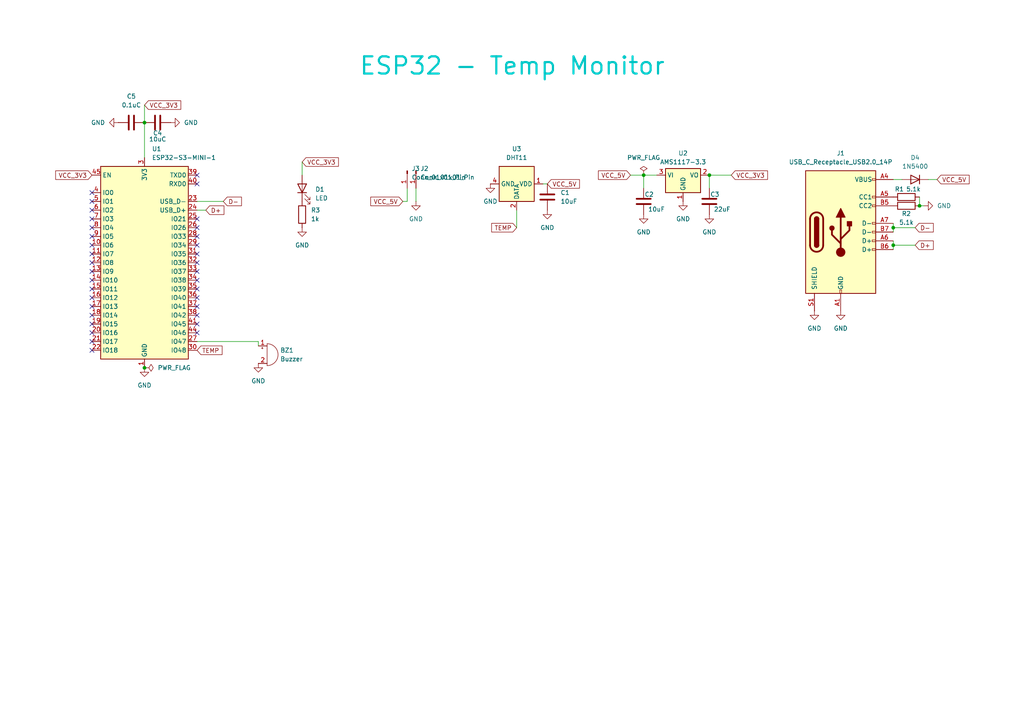
<source format=kicad_sch>
(kicad_sch (version 20250114) (generator "eeschema") (generator_version "9.0")
  (paper "A4")
  (lib_symbols
    (symbol "Connector:Conn_01x01_Pin" (pin_names (offset 1.016) (hide yes))
      (property "Reference" "J" (at 0 2.54 0))
      (property "Value" "Conn_01x01_Pin" (at 0 -2.54 0))
      (symbol "Conn_01x01_Pin_1_1"
        (rectangle (start 0.8636 0.127) (end 0 -0.127) (stroke (width 0.1524)) (fill (type outline)))
        (polyline (pts (xy 1.27 0) (xy 0.8636 0)) (stroke (width 0.1524)))
        (pin passive line (at 5.08 0 180) (length 3.81) (name "Pin_1") (number "1"))
      )
    )
    (symbol "Connector:USB_C_Receptacle_USB2.0_14P" (pin_names (offset 1.016))
      (property "Reference" "J" (at 0 22.225 0))
      (property "Value" "USB_C_Receptacle_USB2.0_14P" (at 0 19.685 0))
      (symbol "USB_C_Receptacle_USB2.0_14P_0_0"
        (rectangle (start -0.254 -17.78) (end 0.254 -16.764))
        (rectangle (start 10.16 15.494) (end 9.144 14.986))
        (rectangle (start 10.16 10.414) (end 9.144 9.906))
        (rectangle (start 10.16 7.874) (end 9.144 7.366))
        (rectangle (start 10.16 2.794) (end 9.144 2.286))
        (rectangle (start 10.16 0.254) (end 9.144 -0.254))
        (rectangle (start 10.16 -2.286) (end 9.144 -2.794))
        (rectangle (start 10.16 -4.826) (end 9.144 -5.334))
      )
      (symbol "USB_C_Receptacle_USB2.0_14P_0_1"
        (rectangle (start -10.16 17.78) (end 10.16 -17.78) (stroke (width 0.254)) (fill (type background)))
        (polyline (pts (xy -8.89 -3.81) (xy -8.89 3.81)) (stroke (width 0.508)))
        (rectangle (start -7.62 -3.81) (end -6.35 3.81) (stroke (width 0.254)) (fill (type outline)))
        (arc (start -7.62 3.81) (mid -6.985 4.4423) (end -6.35 3.81) (stroke (width 0.254)))
        (arc (start -7.62 3.81) (mid -6.985 4.4423) (end -6.35 3.81) (stroke (width 0.254)) (fill (type outline)))
        (arc (start -8.89 3.81) (mid -6.985 5.7067) (end -5.08 3.81) (stroke (width 0.508)))
        (arc (start -5.08 -3.81) (mid -6.985 -5.7067) (end -8.89 -3.81) (stroke (width 0.508)))
        (arc (start -6.35 -3.81) (mid -6.985 -4.4423) (end -7.62 -3.81) (stroke (width 0.254)))
        (arc (start -6.35 -3.81) (mid -6.985 -4.4423) (end -7.62 -3.81) (stroke (width 0.254)) (fill (type outline)))
        (polyline (pts (xy -5.08 3.81) (xy -5.08 -3.81)) (stroke (width 0.508)))
        (circle (center -2.54 1.143) (radius 0.635) (stroke (width 0.254)) (fill (type outline)))
        (polyline (pts (xy -1.27 4.318) (xy 0 6.858) (xy 1.27 4.318) (xy -1.27 4.318)) (stroke (width 0.254)) (fill (type outline)))
        (polyline (pts (xy 0 -2.032) (xy 2.54 0.508) (xy 2.54 1.778)) (stroke (width 0.508)))
        (polyline (pts (xy 0 -3.302) (xy -2.54 -0.762) (xy -2.54 0.508)) (stroke (width 0.508)))
        (polyline (pts (xy 0 -5.842) (xy 0 4.318)) (stroke (width 0.508)))
        (circle (center 0 -5.842) (radius 1.27) (fill (type outline)))
        (rectangle (start 1.905 1.778) (end 3.175 3.048) (stroke (width 0.254)) (fill (type outline)))
      )
      (symbol "USB_C_Receptacle_USB2.0_14P_1_1"
        (pin passive line (at -7.62 -22.86 90) (length 5.08) (name "SHIELD") (number "S1"))
        (pin passive line (at 0 -22.86 90) (length 5.08) (name "GND") (number "A1"))
        (pin passive line (at 0 -22.86 90) (length 5.08) (hide yes) (name "GND") (number "A12"))
        (pin passive line (at 0 -22.86 90) (length 5.08) (hide yes) (name "GND") (number "B1"))
        (pin passive line (at 0 -22.86 90) (length 5.08) (hide yes) (name "GND") (number "B12"))
        (pin passive line (at 15.24 15.24 180) (length 5.08) (name "VBUS") (number "A4"))
        (pin passive line (at 15.24 15.24 180) (length 5.08) (hide yes) (name "VBUS") (number "A9"))
        (pin passive line (at 15.24 15.24 180) (length 5.08) (hide yes) (name "VBUS") (number "B4"))
        (pin passive line (at 15.24 15.24 180) (length 5.08) (hide yes) (name "VBUS") (number "B9"))
        (pin bidirectional line (at 15.24 10.16 180) (length 5.08) (name "CC1") (number "A5"))
        (pin bidirectional line (at 15.24 7.62 180) (length 5.08) (name "CC2") (number "B5"))
        (pin bidirectional line (at 15.24 2.54 180) (length 5.08) (name "D-") (number "A7"))
        (pin bidirectional line (at 15.24 0 180) (length 5.08) (name "D-") (number "B7"))
        (pin bidirectional line (at 15.24 -2.54 180) (length 5.08) (name "D+") (number "A6"))
        (pin bidirectional line (at 15.24 -5.08 180) (length 5.08) (name "D+") (number "B6"))
      )
    )
    (symbol "Device:Buzzer" (pin_names (offset 0.0254) (hide yes))
      (property "Reference" "BZ" (at 3.81 1.27 0))
      (property "Value" "Buzzer" (at 3.81 -1.27 0))
      (symbol "Buzzer_0_1"
        (polyline (pts (xy -1.651 1.905) (xy -1.143 1.905)))
        (polyline (pts (xy -1.397 2.159) (xy -1.397 1.651)))
        (arc (start 0 3.175) (mid 3.1612 0) (end 0 -3.175))
        (polyline (pts (xy 0 3.175) (xy 0 -3.175)))
      )
      (symbol "Buzzer_1_1"
        (pin passive line (at -2.54 2.54 0) (length 2.54) (name "+") (number "1"))
        (pin passive line (at -2.54 -2.54 0) (length 2.54) (name "-") (number "2"))
      )
    )
    (symbol "Device:C" (pin_numbers (hide yes)) (pin_names (offset 0.254))
      (property "Reference" "C" (at 0.635 2.54 0))
      (property "Value" "C" (at 0.635 -2.54 0))
      (symbol "C_0_1"
        (polyline (pts (xy -2.032 0.762) (xy 2.032 0.762)) (stroke (width 0.508)))
        (polyline (pts (xy -2.032 -0.762) (xy 2.032 -0.762)) (stroke (width 0.508)))
      )
      (symbol "C_1_1"
        (pin passive line (at 0 3.81 270) (length 2.794) (name "~") (number "1"))
        (pin passive line (at 0 -3.81 90) (length 2.794) (name "~") (number "2"))
      )
    )
    (symbol "Device:LED" (pin_numbers (hide yes)) (pin_names (offset 1.016) (hide yes))
      (property "Reference" "D" (at 0 2.54 0))
      (property "Value" "LED" (at 0 -2.54 0))
      (symbol "LED_0_1"
        (polyline (pts (xy -3.048 -0.762) (xy -4.572 -2.286) (xy -3.81 -2.286) (xy -4.572 -2.286) (xy -4.572 -1.524)))
        (polyline (pts (xy -1.778 -0.762) (xy -3.302 -2.286) (xy -2.54 -2.286) (xy -3.302 -2.286) (xy -3.302 -1.524)))
        (polyline (pts (xy -1.27 0) (xy 1.27 0)))
        (polyline (pts (xy -1.27 -1.27) (xy -1.27 1.27)) (stroke (width 0.254)))
        (polyline (pts (xy 1.27 -1.27) (xy 1.27 1.27) (xy -1.27 0) (xy 1.27 -1.27)) (stroke (width 0.254)))
      )
      (symbol "LED_1_1"
        (pin passive line (at -3.81 0 0) (length 2.54) (name "K") (number "1"))
        (pin passive line (at 3.81 0 180) (length 2.54) (name "A") (number "2"))
      )
    )
    (symbol "Device:R" (pin_numbers (hide yes)) (pin_names (offset 0))
      (property "Reference" "R" (at 2.032 0 90))
      (property "Value" "R" (at 0 0 90))
      (symbol "R_0_1"
        (rectangle (start -1.016 -2.54) (end 1.016 2.54) (stroke (width 0.254)))
      )
      (symbol "R_1_1"
        (pin passive line (at 0 3.81 270) (length 1.27) (name "~") (number "1"))
        (pin passive line (at 0 -3.81 90) (length 1.27) (name "~") (number "2"))
      )
    )
    (symbol "Diode:1N5400" (pin_numbers (hide yes)) (pin_names (hide yes))
      (property "Reference" "D" (at 0 2.54 0))
      (property "Value" "1N5400" (at 0 -2.54 0))
      (symbol "1N5400_0_1"
        (polyline (pts (xy -1.27 1.27) (xy -1.27 -1.27)) (stroke (width 0.254)))
        (polyline (pts (xy 1.27 1.27) (xy 1.27 -1.27) (xy -1.27 0) (xy 1.27 1.27)) (stroke (width 0.254)))
        (polyline (pts (xy 1.27 0) (xy -1.27 0)))
      )
      (symbol "1N5400_1_1"
        (pin passive line (at -3.81 0 0) (length 2.54) (name "K") (number "1"))
        (pin passive line (at 3.81 0 180) (length 2.54) (name "A") (number "2"))
      )
    )
    (symbol "RF_Module:ESP32-S3-MINI-1"
      (property "Reference" "U" (at -11.43 29.21 0))
      (property "Value" "ESP32-S3-MINI-1" (at 12.7 29.21 0))
      (symbol "ESP32-S3-MINI-1_0_1"
        (rectangle (start -12.7 27.94) (end 12.7 -27.94) (stroke (width 0.254)) (fill (type background)))
      )
      (symbol "ESP32-S3-MINI-1_1_1"
        (pin input line (at -15.24 25.4 0) (length 2.54) (name "EN") (number "45"))
        (pin bidirectional line (at -15.24 20.32 0) (length 2.54) (name "IO0") (number "4"))
        (pin bidirectional line (at -15.24 17.78 0) (length 2.54) (name "IO1") (number "5"))
        (pin bidirectional line (at -15.24 15.24 0) (length 2.54) (name "IO2") (number "6"))
        (pin bidirectional line (at -15.24 12.7 0) (length 2.54) (name "IO3") (number "7"))
        (pin bidirectional line (at -15.24 10.16 0) (length 2.54) (name "IO4") (number "8"))
        (pin bidirectional line (at -15.24 7.62 0) (length 2.54) (name "IO5") (number "9"))
        (pin bidirectional line (at -15.24 5.08 0) (length 2.54) (name "IO6") (number "10"))
        (pin bidirectional line (at -15.24 2.54 0) (length 2.54) (name "IO7") (number "11"))
        (pin bidirectional line (at -15.24 0 0) (length 2.54) (name "IO8") (number "12"))
        (pin bidirectional line (at -15.24 -2.54 0) (length 2.54) (name "IO9") (number "13"))
        (pin bidirectional line (at -15.24 -5.08 0) (length 2.54) (name "IO10") (number "14"))
        (pin bidirectional line (at -15.24 -7.62 0) (length 2.54) (name "IO11") (number "15"))
        (pin bidirectional line (at -15.24 -10.16 0) (length 2.54) (name "IO12") (number "16"))
        (pin bidirectional line (at -15.24 -12.7 0) (length 2.54) (name "IO13") (number "17"))
        (pin bidirectional line (at -15.24 -15.24 0) (length 2.54) (name "IO14") (number "18"))
        (pin bidirectional line (at -15.24 -17.78 0) (length 2.54) (name "IO15") (number "19"))
        (pin bidirectional line (at -15.24 -20.32 0) (length 2.54) (name "IO16") (number "20"))
        (pin bidirectional line (at -15.24 -22.86 0) (length 2.54) (name "IO17") (number "21"))
        (pin bidirectional line (at -15.24 -25.4 0) (length 2.54) (name "IO18") (number "22"))
        (pin power_in line (at 0 30.48 270) (length 2.54) (name "3V3") (number "3"))
        (pin power_in line (at 0 -30.48 90) (length 2.54) (name "GND") (number "1"))
        (pin passive line (at 0 -30.48 90) (length 2.54) (hide yes) (name "GND") (number "2"))
        (pin passive line (at 0 -30.48 90) (length 2.54) (hide yes) (name "GND") (number "42"))
        (pin passive line (at 0 -30.48 90) (length 2.54) (hide yes) (name "GND") (number "43"))
        (pin passive line (at 0 -30.48 90) (length 2.54) (hide yes) (name "GND") (number "46"))
        (pin passive line (at 0 -30.48 90) (length 2.54) (hide yes) (name "GND") (number "47"))
        (pin passive line (at 0 -30.48 90) (length 2.54) (hide yes) (name "GND") (number "48"))
        (pin passive line (at 0 -30.48 90) (length 2.54) (hide yes) (name "GND") (number "49"))
        (pin passive line (at 0 -30.48 90) (length 2.54) (hide yes) (name "GND") (number "50"))
        (pin passive line (at 0 -30.48 90) (length 2.54) (hide yes) (name "GND") (number "51"))
        (pin passive line (at 0 -30.48 90) (length 2.54) (hide yes) (name "GND") (number "52"))
        (pin passive line (at 0 -30.48 90) (length 2.54) (hide yes) (name "GND") (number "53"))
        (pin passive line (at 0 -30.48 90) (length 2.54) (hide yes) (name "GND") (number "54"))
        (pin passive line (at 0 -30.48 90) (length 2.54) (hide yes) (name "GND") (number "55"))
        (pin passive line (at 0 -30.48 90) (length 2.54) (hide yes) (name "GND") (number "56"))
        (pin passive line (at 0 -30.48 90) (length 2.54) (hide yes) (name "GND") (number "57"))
        (pin passive line (at 0 -30.48 90) (length 2.54) (hide yes) (name "GND") (number "58"))
        (pin passive line (at 0 -30.48 90) (length 2.54) (hide yes) (name "GND") (number "59"))
        (pin passive line (at 0 -30.48 90) (length 2.54) (hide yes) (name "GND") (number "60"))
        (pin passive line (at 0 -30.48 90) (length 2.54) (hide yes) (name "GND") (number "61"))
        (pin passive line (at 0 -30.48 90) (length 2.54) (hide yes) (name "GND") (number "62"))
        (pin passive line (at 0 -30.48 90) (length 2.54) (hide yes) (name "GND") (number "63"))
        (pin passive line (at 0 -30.48 90) (length 2.54) (hide yes) (name "GND") (number "64"))
        (pin passive line (at 0 -30.48 90) (length 2.54) (hide yes) (name "GND") (number "65"))
        (pin bidirectional line (at 15.24 25.4 180) (length 2.54) (name "TXD0") (number "39"))
        (pin bidirectional line (at 15.24 22.86 180) (length 2.54) (name "RXD0") (number "40"))
        (pin bidirectional line (at 15.24 17.78 180) (length 2.54) (name "USB_D-") (number "23"))
        (pin bidirectional line (at 15.24 15.24 180) (length 2.54) (name "USB_D+") (number "24"))
        (pin bidirectional line (at 15.24 12.7 180) (length 2.54) (name "IO21") (number "25"))
        (pin bidirectional line (at 15.24 10.16 180) (length 2.54) (name "IO26") (number "26"))
        (pin bidirectional line (at 15.24 7.62 180) (length 2.54) (name "IO33") (number "28"))
        (pin bidirectional line (at 15.24 5.08 180) (length 2.54) (name "IO34") (number "29"))
        (pin bidirectional line (at 15.24 2.54 180) (length 2.54) (name "IO35") (number "31"))
        (pin bidirectional line (at 15.24 0 180) (length 2.54) (name "IO36") (number "32"))
        (pin bidirectional line (at 15.24 -2.54 180) (length 2.54) (name "IO37") (number "33"))
        (pin bidirectional line (at 15.24 -5.08 180) (length 2.54) (name "IO38") (number "34"))
        (pin bidirectional line (at 15.24 -7.62 180) (length 2.54) (name "IO39") (number "35"))
        (pin bidirectional line (at 15.24 -10.16 180) (length 2.54) (name "IO40") (number "36"))
        (pin bidirectional line (at 15.24 -12.7 180) (length 2.54) (name "IO41") (number "37"))
        (pin bidirectional line (at 15.24 -15.24 180) (length 2.54) (name "IO42") (number "38"))
        (pin bidirectional line (at 15.24 -17.78 180) (length 2.54) (name "IO45") (number "41"))
        (pin bidirectional line (at 15.24 -20.32 180) (length 2.54) (name "IO46") (number "44"))
        (pin bidirectional line (at 15.24 -22.86 180) (length 2.54) (name "IO47") (number "27"))
        (pin bidirectional line (at 15.24 -25.4 180) (length 2.54) (name "IO48") (number "30"))
      )
    )
    (symbol "Regulator_Linear:AMS1117-3.3"
      (property "Reference" "U" (at -3.81 3.175 0))
      (property "Value" "AMS1117-3.3" (at 0 3.175 0))
      (symbol "AMS1117-3.3_0_1"
        (rectangle (start -5.08 -5.08) (end 5.08 1.905) (stroke (width 0.254)) (fill (type background)))
      )
      (symbol "AMS1117-3.3_1_1"
        (pin power_in line (at -7.62 0 0) (length 2.54) (name "VI") (number "3"))
        (pin power_in line (at 0 -7.62 90) (length 2.54) (name "GND") (number "1"))
        (pin power_out line (at 7.62 0 180) (length 2.54) (name "VO") (number "2"))
      )
    )
    (symbol "Sensor:DHT11"
      (property "Reference" "U" (at -3.81 6.35 0))
      (property "Value" "DHT11" (at 3.81 6.35 0))
      (symbol "DHT11_0_1"
        (rectangle (start -5.08 5.08) (end 5.08 -5.08) (stroke (width 0.254)) (fill (type background)))
      )
      (symbol "DHT11_1_1"
        (pin no_connect line (at -5.08 0 0) (length 2.54) (hide yes) (name "NC") (number "3"))
        (pin power_in line (at 0 7.62 270) (length 2.54) (name "VDD") (number "1"))
        (pin power_in line (at 0 -7.62 90) (length 2.54) (name "GND") (number "4"))
        (pin bidirectional line (at 7.62 0 180) (length 2.54) (name "DATA") (number "2"))
      )
    )
    (symbol "power:GND" (power) (pin_numbers (hide yes)) (pin_names (offset 0) (hide yes))
      (property "Value" "GND" (at 0 -3.81 0))
      (symbol "GND_0_1"
        (polyline (pts (xy 0 0) (xy 0 -1.27) (xy 1.27 -1.27) (xy 0 -2.54) (xy -1.27 -1.27) (xy 0 -1.27)))
      )
      (symbol "GND_1_1"
        (pin power_in line (at 0 0 270) (length 0) (name "~") (number "1"))
      )
    )
    (symbol "power:PWR_FLAG" (power) (pin_numbers (hide yes)) (pin_names (offset 0) (hide yes))
      (property "Value" "PWR_FLAG" (at 0 3.81 0))
      (symbol "PWR_FLAG_0_0"
        (pin power_out line (at 0 0 90) (length 0) (name "~") (number "1"))
      )
      (symbol "PWR_FLAG_0_1"
        (polyline (pts (xy 0 0) (xy 0 1.27) (xy -1.016 1.905) (xy 0 2.54) (xy 1.016 1.905) (xy 0 1.27)))
      )
    )
  )
  (text "ESP32 - Temp Monitor" (at 148.59 19.304 0) (effects (font (size 5 5) (thickness 0.625))))
  (junction (at 41.91 106.68))
  (junction (at 205.74 50.8))
  (junction (at 259.08 66.04))
  (junction (at 186.69 50.8))
  (junction (at 41.91 35.56))
  (junction (at 259.08 71.12))
  (junction (at 266.7 59.69))
  (no_connect (at 57.15 53.34))
  (no_connect (at 26.67 91.44))
  (no_connect (at 57.15 68.58))
  (no_connect (at 57.15 71.12))
  (no_connect (at 26.67 81.28))
  (no_connect (at 57.15 73.66))
  (no_connect (at 26.67 73.66))
  (no_connect (at 26.67 63.5))
  (no_connect (at 57.15 86.36))
  (no_connect (at 26.67 58.42))
  (no_connect (at 57.15 83.82))
  (no_connect (at 57.15 76.2))
  (no_connect (at 26.67 86.36))
  (no_connect (at 57.15 81.28))
  (no_connect (at 26.67 71.12))
  (no_connect (at 26.67 78.74))
  (no_connect (at 57.15 66.04))
  (no_connect (at 26.67 88.9))
  (no_connect (at 26.67 66.04))
  (no_connect (at 57.15 93.98))
  (no_connect (at 57.15 50.8))
  (no_connect (at 57.15 78.74))
  (no_connect (at 26.67 55.88))
  (no_connect (at 26.67 101.6))
  (no_connect (at 26.67 76.2))
  (no_connect (at 57.15 88.9))
  (no_connect (at 26.67 83.82))
  (no_connect (at 57.15 63.5))
  (no_connect (at 57.15 96.52))
  (no_connect (at 26.67 93.98))
  (no_connect (at 26.67 60.96))
  (no_connect (at 26.67 96.52))
  (no_connect (at 26.67 99.06))
  (no_connect (at 57.15 91.44))
  (no_connect (at 26.67 68.58))
  (wire (pts (xy 205.74 50.8) (xy 205.74 54.61)))
  (wire (pts (xy 87.63 46.99) (xy 87.63 50.8)))
  (wire (pts (xy 118.11 58.42) (xy 116.84 58.42)))
  (wire (pts (xy 269.24 52.07) (xy 271.78 52.07)))
  (wire (pts (xy 259.08 71.12) (xy 259.08 72.39)))
  (wire (pts (xy 259.08 66.04) (xy 259.08 67.31)))
  (wire (pts (xy 149.86 60.96) (xy 149.86 66.04)))
  (wire (pts (xy 57.15 58.42) (xy 64.77 58.42)))
  (wire (pts (xy 266.7 57.15) (xy 266.7 59.69)))
  (wire (pts (xy 259.08 66.04) (xy 265.43 66.04)))
  (wire (pts (xy 118.11 54.61) (xy 118.11 58.42)))
  (wire (pts (xy 41.91 35.56) (xy 41.91 45.72)))
  (wire (pts (xy 74.93 100.33) (xy 74.93 99.06)))
  (wire (pts (xy 186.69 50.8) (xy 190.5 50.8)))
  (wire (pts (xy 259.08 64.77) (xy 259.08 66.04)))
  (wire (pts (xy 186.69 50.8) (xy 186.69 54.61)))
  (wire (pts (xy 157.48 53.34) (xy 158.75 53.34)))
  (wire (pts (xy 267.97 59.69) (xy 266.7 59.69)))
  (wire (pts (xy 74.93 99.06) (xy 57.15 99.06)))
  (wire (pts (xy 41.91 30.48) (xy 41.91 35.56)))
  (wire (pts (xy 57.15 60.96) (xy 59.69 60.96)))
  (wire (pts (xy 182.88 50.8) (xy 186.69 50.8)))
  (wire (pts (xy 259.08 69.85) (xy 259.08 71.12)))
  (wire (pts (xy 205.74 50.8) (xy 212.09 50.8)))
  (wire (pts (xy 259.08 71.12) (xy 265.43 71.12)))
  (wire (pts (xy 259.08 52.07) (xy 261.62 52.07)))
  (wire (pts (xy 120.65 54.61) (xy 120.65 58.42)))
  (global_label "VCC_5V" (shape input) (at 182.88 50.8 180) (property "Intersheetrefs" "${INTERSHEET_REFS}" (effects (hide yes))))
  (global_label "VCC_5V" (shape input) (at 271.78 52.07 0) (property "Intersheetrefs" "${INTERSHEET_REFS}" (effects (hide yes))))
  (global_label "D-" (shape input) (at 265.43 66.04 0) (property "Intersheetrefs" "${INTERSHEET_REFS}" (effects (hide yes))))
  (global_label "D-" (shape input) (at 64.77 58.42 0) (property "Intersheetrefs" "${INTERSHEET_REFS}" (effects (hide yes))))
  (global_label "VCC_3V3" (shape input) (at 212.09 50.8 0) (property "Intersheetrefs" "${INTERSHEET_REFS}" (effects (hide yes))))
  (global_label "VCC_3V3" (shape input) (at 41.91 30.48 0) (property "Intersheetrefs" "${INTERSHEET_REFS}" (effects (hide yes))))
  (global_label "D+" (shape input) (at 265.43 71.12 0) (property "Intersheetrefs" "${INTERSHEET_REFS}" (effects (hide yes))))
  (global_label "TEMP" (shape input) (at 149.86 66.04 180) (property "Intersheetrefs" "${INTERSHEET_REFS}" (effects (hide yes))))
  (global_label "VCC_3V3" (shape input) (at 26.67 50.8 180) (property "Intersheetrefs" "${INTERSHEET_REFS}" (effects (hide yes))))
  (global_label "D+" (shape input) (at 59.69 60.96 0) (property "Intersheetrefs" "${INTERSHEET_REFS}" (effects (hide yes))))
  (global_label "VCC_5V" (shape input) (at 116.84 58.42 180) (property "Intersheetrefs" "${INTERSHEET_REFS}" (effects (hide yes))))
  (global_label "VCC_5V" (shape input) (at 158.75 53.34 0) (property "Intersheetrefs" "${INTERSHEET_REFS}" (effects (hide yes))))
  (global_label "TEMP" (shape input) (at 57.15 101.6 0) (property "Intersheetrefs" "${INTERSHEET_REFS}" (effects (hide yes))))
  (global_label "VCC_3V3" (shape input) (at 87.63 46.99 0) (property "Intersheetrefs" "${INTERSHEET_REFS}" (effects (hide yes))))
  (symbol (lib_id "power:GND") (at 49.53 35.56 90) (unit 1)
    (property "Reference" "#PWR013" (effects (hide yes)))
    (property "Value" "GND" (at 53.34 35.5599 90) (effects (justify right)))
    (property "Description" "Power symbol creates a global label with name \"GND\" , ground" (effects (hide yes)))
  )
  (symbol (lib_id "power:GND") (at 186.69 62.23 0) (unit 1)
    (property "Reference" "#PWR010" (effects (hide yes)))
    (property "Value" "GND" (at 186.69 67.31 0))
    (property "Description" "Power symbol creates a global label with name \"GND\" , ground" (effects (hide yes)))
  )
  (symbol (lib_id "power:PWR_FLAG") (at 186.69 50.8 0) (unit 1)
    (property "Reference" "#FLG02" (effects (hide yes)))
    (property "Value" "PWR_FLAG" (at 186.69 45.72 0))
    (property "Description" "Special symbol for telling ERC where power comes from" (effects (hide yes)))
  )
  (symbol (lib_id "power:GND") (at 243.84 90.17 0) (unit 1)
    (property "Reference" "#PWR03" (effects (hide yes)))
    (property "Value" "GND" (at 243.84 95.25 0))
    (property "Description" "Power symbol creates a global label with name \"GND\" , ground" (effects (hide yes)))
  )
  (symbol (lib_id "Connector:Conn_01x01_Pin") (at 118.11 49.53 270) (unit 1)
    (property "Reference" "J3" (at 119.38 48.8949 90) (effects (justify left)))
    (property "Value" "Conn_01x01_Pin" (at 119.38 51.4349 90) (effects (justify left)))
    (property "Footprint" "Connector_PinHeader_1.00mm:PinHeader_1x01_P1.00mm_Vertical" (effects (hide yes)))
    (property "Description" "Generic connector, single row, 01x01, script generated" (effects (hide yes)))
  )
  (symbol (lib_id "Device:Buzzer") (at 77.47 102.87 0) (unit 1)
    (property "Reference" "BZ1" (at 81.28 101.5999 0) (effects (justify left)))
    (property "Value" "Buzzer" (at 81.28 104.1399 0) (effects (justify left)))
    (property "Footprint" "Buzzer_Beeper:Buzzer_12x9.5RM7.6" (effects (hide yes)))
    (property "Description" "Buzzer, polarized" (effects (hide yes)))
  )
  (symbol (lib_id "power:GND") (at 120.65 58.42 0) (unit 1)
    (property "Reference" "#PWR02" (effects (hide yes)))
    (property "Value" "GND" (at 120.65 63.5 0))
    (property "Description" "Power symbol creates a global label with name \"GND\" , ground" (effects (hide yes)))
  )
  (symbol (lib_id "Connector:Conn_01x01_Pin") (at 120.65 49.53 270) (unit 1)
    (property "Reference" "J2" (at 121.92 48.8949 90) (effects (justify left)))
    (property "Value" "Conn_01x01_Pin" (at 121.92 51.4349 90) (effects (justify left)))
    (property "Footprint" "Connector_PinHeader_1.00mm:PinHeader_1x01_P1.00mm_Vertical" (effects (hide yes)))
    (property "Description" "Generic connector, single row, 01x01, script generated" (effects (hide yes)))
  )
  (symbol (lib_id "Sensor:DHT11") (at 149.86 53.34 270) (unit 1)
    (property "Reference" "U3" (at 149.86 43.18 90))
    (property "Value" "DHT11" (at 149.86 45.72 90))
    (property "Footprint" "Sensor:Aosong_DHT11_5.5x12.0_P2.54mm" (effects (hide yes)))
    (property "Datasheet" "http://akizukidenshi.com/download/ds/aosong/DHT11.pdf" (effects (hide yes)))
    (property "Description" "3.3V to 5.5V, temperature and humidity module, DHT11" (effects (hide yes)))
  )
  (symbol (lib_id "power:GND") (at 87.63 66.04 0) (unit 1)
    (property "Reference" "#PWR05" (effects (hide yes)))
    (property "Value" "GND" (at 87.63 71.12 0))
    (property "Description" "Power symbol creates a global label with name \"GND\" , ground" (effects (hide yes)))
  )
  (symbol (lib_id "power:GND") (at 41.91 106.68 0) (unit 1)
    (property "Reference" "#PWR01" (effects (hide yes)))
    (property "Value" "GND" (at 41.91 111.76 0))
    (property "Description" "Power symbol creates a global label with name \"GND\" , ground" (effects (hide yes)))
  )
  (symbol (lib_id "Device:R") (at 87.63 62.23 0) (unit 1)
    (property "Reference" "R3" (at 90.17 60.9599 0) (effects (justify left)))
    (property "Value" "1k" (at 90.17 63.4999 0) (effects (justify left)))
    (property "Footprint" "Resistor_SMD:R_0402_1005Metric" (effects (hide yes)))
    (property "Description" "Resistor" (effects (hide yes)))
  )
  (symbol (lib_id "power:GND") (at 142.24 53.34 0) (unit 1)
    (property "Reference" "#PWR07" (effects (hide yes)))
    (property "Value" "GND" (at 142.24 58.42 0))
    (property "Description" "Power symbol creates a global label with name \"GND\" , ground" (effects (hide yes)))
  )
  (symbol (lib_id "Device:C") (at 158.75 57.15 0) (unit 1)
    (property "Reference" "C1" (at 162.56 55.8799 0) (effects (justify left)))
    (property "Value" "10uF" (at 162.56 58.4199 0) (effects (justify left)))
    (property "Footprint" "Capacitor_SMD:C_0805_2012Metric" (effects (hide yes)))
    (property "Description" "Unpolarized capacitor" (effects (hide yes)))
  )
  (symbol (lib_id "Device:C") (at 45.72 35.56 90) (unit 1)
    (property "Reference" "C4" (at 45.72 38.608 90))
    (property "Value" "10uC" (at 45.72 40.386 90))
    (property "Footprint" "Capacitor_SMD:C_0603_1608Metric" (effects (hide yes)))
    (property "Description" "Unpolarized capacitor" (effects (hide yes)))
  )
  (symbol (lib_id "Device:C") (at 205.74 58.42 0) (unit 1)
    (property "Reference" "C3" (at 205.994 56.388 0) (effects (justify left)))
    (property "Value" "22uF" (at 207.01 60.706 0) (effects (justify left)))
    (property "Footprint" "Capacitor_SMD:C_0603_1608Metric" (effects (hide yes)))
    (property "Description" "Unpolarized capacitor" (effects (hide yes)))
  )
  (symbol (lib_id "Device:LED") (at 87.63 54.61 90) (unit 1)
    (property "Reference" "D1" (at 91.44 54.9274 90) (effects (justify right)))
    (property "Value" "LED" (at 91.44 57.4674 90) (effects (justify right)))
    (property "Footprint" "LED_THT:LED_D3.0mm" (effects (hide yes)))
    (property "Description" "Light emitting diode" (effects (hide yes)))
    (property "Sim.Pins" "1=K 2=A" (effects (hide yes)))
  )
  (symbol (lib_id "Device:R") (at 262.89 57.15 90) (unit 1)
    (property "Reference" "R1" (at 260.858 54.864 90))
    (property "Value" "5.1k" (at 264.922 54.864 90))
    (property "Footprint" "Resistor_SMD:R_0402_1005Metric" (effects (hide yes)))
    (property "Description" "Resistor" (effects (hide yes)))
  )
  (symbol (lib_id "Connector:USB_C_Receptacle_USB2.0_14P") (at 243.84 67.31 0) (unit 1)
    (property "Reference" "J1" (at 243.84 44.45 0))
    (property "Value" "USB_C_Receptacle_USB2.0_14P" (at 243.84 46.99 0))
    (property "Footprint" "Connector_USB:USB_C_Receptacle_G-Switch_GT-USB-7010ASV" (effects (hide yes)))
    (property "Datasheet" "https://www.usb.org/sites/default/files/documents/usb_type-c.zip" (effects (hide yes)))
    (property "Description" "USB 2.0-only 14P Type-C Receptacle connector" (effects (hide yes)))
  )
  (symbol (lib_id "power:GND") (at 34.29 35.56 270) (unit 1)
    (property "Reference" "#PWR014" (effects (hide yes)))
    (property "Value" "GND" (at 30.48 35.5599 90) (effects (justify right)))
    (property "Description" "Power symbol creates a global label with name \"GND\" , ground" (effects (hide yes)))
  )
  (symbol (lib_id "power:GND") (at 267.97 59.69 90) (unit 1)
    (property "Reference" "#PWR06" (effects (hide yes)))
    (property "Value" "GND" (at 271.78 59.6899 90) (effects (justify right)))
    (property "Description" "Power symbol creates a global label with name \"GND\" , ground" (effects (hide yes)))
  )
  (symbol (lib_id "Regulator_Linear:AMS1117-3.3") (at 198.12 50.8 0) (unit 1)
    (property "Reference" "U2" (at 198.12 44.45 0))
    (property "Value" "AMS1117-3.3" (at 198.12 46.99 0))
    (property "Footprint" "Package_TO_SOT_SMD:SOT-223-3_TabPin2" (effects (hide yes)))
    (property "Datasheet" "http://www.advanced-monolithic.com/pdf/ds1117.pdf" (effects (hide yes)))
    (property "Description" "1A Low Dropout regulator, positive, 3.3V fixed output, SOT-223" (effects (hide yes)))
  )
  (symbol (lib_id "Diode:1N5400") (at 265.43 52.07 180) (unit 1)
    (property "Reference" "D4" (at 265.43 45.72 0))
    (property "Value" "1N5400" (at 265.43 48.26 0))
    (property "Footprint" "Diode_SMD:D_0805_2012Metric" (effects (hide yes)))
    (property "Datasheet" "http://www.vishay.com/docs/88516/1n5400.pdf" (effects (hide yes)))
    (property "Description" "50V 3A General Purpose Rectifier Diode, DO-201AD" (effects (hide yes)))
    (property "Sim.Device" "D" (effects (hide yes)))
    (property "Sim.Pins" "1=K 2=A" (effects (hide yes)))
  )
  (symbol (lib_id "Device:R") (at 262.89 59.69 270) (unit 1)
    (property "Reference" "R2" (at 262.89 61.976 90))
    (property "Value" "5.1k" (at 262.89 64.516 90))
    (property "Footprint" "Resistor_SMD:R_0402_1005Metric" (effects (hide yes)))
    (property "Description" "Resistor" (effects (hide yes)))
  )
  (symbol (lib_id "RF_Module:ESP32-S3-MINI-1") (at 41.91 76.2 0) (unit 1)
    (property "Reference" "U1" (at 44.0533 43.18 0) (effects (justify left)))
    (property "Value" "ESP32-S3-MINI-1" (at 44.0533 45.72 0) (effects (justify left)))
    (property "Footprint" "PCM_Espressif:ESP32-S3-MINI-1" (effects (hide yes)))
    (property "Datasheet" "https://www.espressif.com/sites/default/files/documentation/esp32-s3-mini-1_mini-1u_datasheet_en.pdf" (effects (hide yes)))
    (property "Description" "RF Module, ESP32-S3 SoC, Wi-Fi 802.11b/g/n, Bluetooth, BLE, 32-bit, 3.3V, SMD, onboard antenna" (effects (hide yes)))
  )
  (symbol (lib_id "Device:C") (at 186.69 58.42 0) (unit 1)
    (property "Reference" "C2" (at 186.944 56.388 0) (effects (justify left)))
    (property "Value" "10uF" (at 187.96 60.706 0) (effects (justify left)))
    (property "Footprint" "Capacitor_SMD:C_0805_2012Metric" (effects (hide yes)))
    (property "Description" "Unpolarized capacitor" (effects (hide yes)))
  )
  (symbol (lib_id "power:PWR_FLAG") (at 41.91 106.68 270) (unit 1)
    (property "Reference" "#FLG01" (effects (hide yes)))
    (property "Value" "PWR_FLAG" (at 45.72 106.6799 90) (effects (justify left)))
    (property "Description" "Special symbol for telling ERC where power comes from" (effects (hide yes)))
  )
  (symbol (lib_id "power:GND") (at 205.74 62.23 0) (unit 1)
    (property "Reference" "#PWR011" (effects (hide yes)))
    (property "Value" "GND" (at 205.74 67.31 0))
    (property "Description" "Power symbol creates a global label with name \"GND\" , ground" (effects (hide yes)))
  )
  (symbol (lib_id "Device:C") (at 38.1 35.56 270) (unit 1)
    (property "Reference" "C5" (at 38.1 27.94 90))
    (property "Value" "0.1uC" (at 38.1 30.48 90))
    (property "Footprint" "Capacitor_SMD:C_0603_1608Metric" (effects (hide yes)))
    (property "Description" "Unpolarized capacitor" (effects (hide yes)))
  )
  (symbol (lib_id "power:GND") (at 74.93 105.41 0) (unit 1)
    (property "Reference" "#PWR09" (effects (hide yes)))
    (property "Value" "GND" (at 74.93 110.49 0))
    (property "Description" "Power symbol creates a global label with name \"GND\" , ground" (effects (hide yes)))
  )
  (symbol (lib_id "power:GND") (at 198.12 58.42 0) (unit 1)
    (property "Reference" "#PWR012" (effects (hide yes)))
    (property "Value" "GND" (at 198.12 63.5 0))
    (property "Description" "Power symbol creates a global label with name \"GND\" , ground" (effects (hide yes)))
  )
  (symbol (lib_id "power:GND") (at 158.75 60.96 0) (unit 1)
    (property "Reference" "#PWR08" (effects (hide yes)))
    (property "Value" "GND" (at 158.75 66.04 0))
    (property "Description" "Power symbol creates a global label with name \"GND\" , ground" (effects (hide yes)))
  )
  (symbol (lib_id "power:GND") (at 236.22 90.17 0) (unit 1)
    (property "Reference" "#PWR04" (effects (hide yes)))
    (property "Value" "GND" (at 236.22 95.25 0))
    (property "Description" "Power symbol creates a global label with name \"GND\" , ground" (effects (hide yes)))
  )
)
</source>
